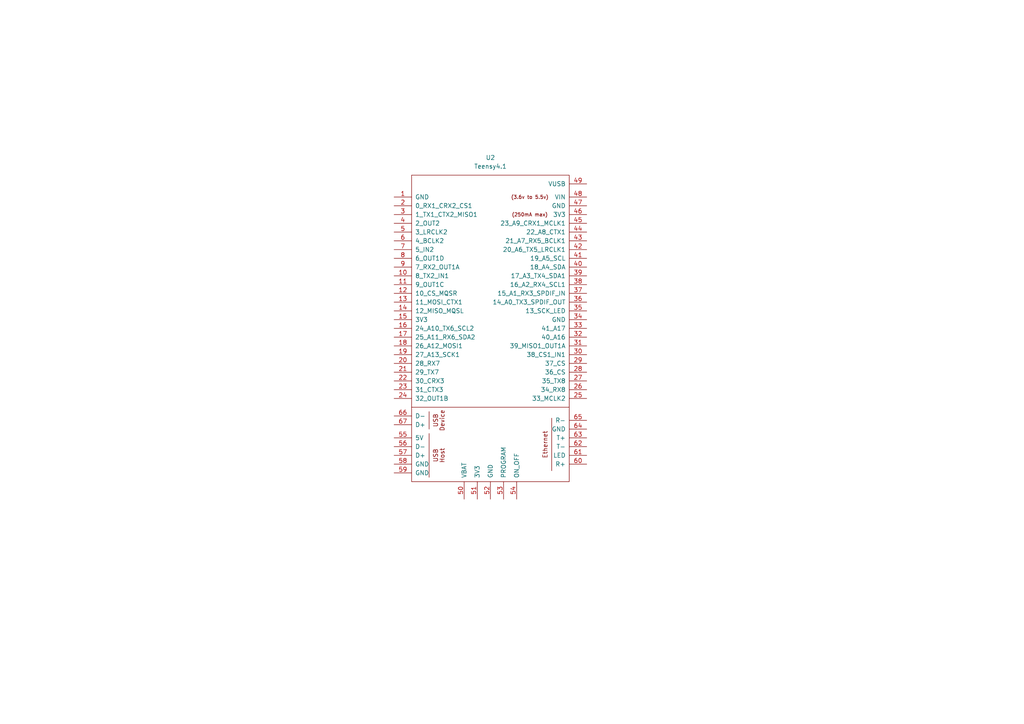
<source format=kicad_sch>
(kicad_sch (version 20231120) (generator "eeschema") (generator_version "8.0")
  (paper "A4")
  (title_block (date "2025-04-03") (rev "0.1") (company "Sounds Like Tim"))
  (lib_symbols
    (symbol "Teensy:Teensy4.1" (pin_names (offset 1.016))
      (property "Reference" "U" (at 0 64.77 0))
      (property "Value" "Teensy4.1" (at 0 62.23 0))
      (symbol "Teensy4.1_0_0"
        (polyline (pts (xy -22.86 -6.35) (xy 22.86 -6.35)))
        (polyline (pts (xy -17.78 -26.67) (xy -17.78 -13.97)))
        (polyline (pts (xy -17.78 -7.62) (xy -17.78 -12.7)))
        (polyline (pts (xy 17.78 -9.525) (xy 17.78 -24.765)))
        (text "(250mA max)" (at 11.43 49.53 0) (effects (font (size 1.016 1.016))))
        (text "(3.6v to 5.5v)" (at 11.43 54.61 0) (effects (font (size 1.016 1.016))))
        (text "Device" (at -13.97 -10.16 900) (effects (font (size 1.27 1.27))))
        (text "Ethernet" (at 15.875 -17.145 900) (effects (font (size 1.27 1.27))))
        (text "Host" (at -13.97 -20.32 900) (effects (font (size 1.27 1.27))))
        (text "USB" (at -15.875 -20.32 900) (effects (font (size 1.27 1.27))))
        (text "USB" (at -15.875 -10.16 900) (effects (font (size 1.27 1.27))))
        (pin bidirectional line (at -27.94 31.75 0) (length 5.08) (name "8_TX2_IN1") (number "10"))
        (pin bidirectional line (at -27.94 29.21 0) (length 5.08) (name "9_OUT1C") (number "11"))
        (pin bidirectional line (at -27.94 26.67 0) (length 5.08) (name "10_CS_MQSR") (number "12"))
        (pin bidirectional line (at -27.94 24.13 0) (length 5.08) (name "11_MOSI_CTX1") (number "13"))
        (pin bidirectional line (at -27.94 21.59 0) (length 5.08) (name "12_MISO_MQSL") (number "14"))
        (pin power_in line (at -27.94 19.05 0) (length 5.08) (name "3V3") (number "15"))
        (pin bidirectional line (at -27.94 16.51 0) (length 5.08) (name "24_A10_TX6_SCL2") (number "16"))
        (pin bidirectional line (at -27.94 13.97 0) (length 5.08) (name "25_A11_RX6_SDA2") (number "17"))
        (pin bidirectional line (at -27.94 11.43 0) (length 5.08) (name "26_A12_MOSI1") (number "18"))
        (pin bidirectional line (at -27.94 8.89 0) (length 5.08) (name "27_A13_SCK1") (number "19"))
        (pin bidirectional line (at -27.94 6.35 0) (length 5.08) (name "28_RX7") (number "20"))
        (pin bidirectional line (at -27.94 3.81 0) (length 5.08) (name "29_TX7") (number "21"))
        (pin bidirectional line (at -27.94 1.27 0) (length 5.08) (name "30_CRX3") (number "22"))
        (pin bidirectional line (at -27.94 -1.27 0) (length 5.08) (name "31_CTX3") (number "23"))
        (pin bidirectional line (at -27.94 -3.81 0) (length 5.08) (name "32_OUT1B") (number "24"))
        (pin bidirectional line (at 27.94 -3.81 180) (length 5.08) (name "33_MCLK2") (number "25"))
        (pin bidirectional line (at 27.94 -1.27 180) (length 5.08) (name "34_RX8") (number "26"))
        (pin bidirectional line (at 27.94 1.27 180) (length 5.08) (name "35_TX8") (number "27"))
        (pin bidirectional line (at 27.94 3.81 180) (length 5.08) (name "36_CS") (number "28"))
        (pin bidirectional line (at 27.94 6.35 180) (length 5.08) (name "37_CS") (number "29"))
        (pin bidirectional line (at 27.94 8.89 180) (length 5.08) (name "38_CS1_IN1") (number "30"))
        (pin bidirectional line (at 27.94 11.43 180) (length 5.08) (name "39_MISO1_OUT1A") (number "31"))
        (pin bidirectional line (at 27.94 13.97 180) (length 5.08) (name "40_A16") (number "32"))
        (pin bidirectional line (at 27.94 16.51 180) (length 5.08) (name "41_A17") (number "33"))
        (pin bidirectional line (at 27.94 21.59 180) (length 5.08) (name "13_SCK_LED") (number "35"))
        (pin bidirectional line (at 27.94 24.13 180) (length 5.08) (name "14_A0_TX3_SPDIF_OUT") (number "36"))
        (pin bidirectional line (at 27.94 26.67 180) (length 5.08) (name "15_A1_RX3_SPDIF_IN") (number "37"))
        (pin bidirectional line (at 27.94 29.21 180) (length 5.08) (name "16_A2_RX4_SCL1") (number "38"))
        (pin bidirectional line (at 27.94 31.75 180) (length 5.08) (name "17_A3_TX4_SDA1") (number "39"))
        (pin bidirectional line (at 27.94 34.29 180) (length 5.08) (name "18_A4_SDA") (number "40"))
        (pin bidirectional line (at 27.94 36.83 180) (length 5.08) (name "19_A5_SCL") (number "41"))
        (pin bidirectional line (at 27.94 39.37 180) (length 5.08) (name "20_A6_TX5_LRCLK1") (number "42"))
        (pin bidirectional line (at 27.94 41.91 180) (length 5.08) (name "21_A7_RX5_BCLK1") (number "43"))
        (pin bidirectional line (at 27.94 44.45 180) (length 5.08) (name "22_A8_CTX1") (number "44"))
        (pin bidirectional line (at 27.94 46.99 180) (length 5.08) (name "23_A9_CRX1_MCLK1") (number "45"))
        (pin output line (at 27.94 49.53 180) (length 5.08) (name "3V3") (number "46"))
        (pin output line (at 27.94 52.07 180) (length 5.08) (name "GND") (number "47"))
        (pin power_in line (at 27.94 54.61 180) (length 5.08) (name "VIN") (number "48"))
        (pin power_out line (at 27.94 58.42 180) (length 5.08) (name "VUSB") (number "49"))
        (pin bidirectional line (at -27.94 44.45 0) (length 5.08) (name "3_LRCLK2") (number "5"))
        (pin power_in line (at -7.62 -33.02 90) (length 5.08) (name "VBAT") (number "50"))
        (pin power_in line (at -3.81 -33.02 90) (length 5.08) (name "3V3") (number "51"))
        (pin input line (at 0 -33.02 90) (length 5.08) (name "GND") (number "52"))
        (pin input line (at 3.81 -33.02 90) (length 5.08) (name "PROGRAM") (number "53"))
        (pin input line (at 7.62 -33.02 90) (length 5.08) (name "ON_OFF") (number "54"))
        (pin power_out line (at -27.94 -15.24 0) (length 5.08) (name "5V") (number "55"))
        (pin bidirectional line (at -27.94 -17.78 0) (length 5.08) (name "D-") (number "56"))
        (pin bidirectional line (at -27.94 -20.32 0) (length 5.08) (name "D+") (number "57"))
        (pin power_in line (at -27.94 -22.86 0) (length 5.08) (name "GND") (number "58"))
        (pin power_in line (at -27.94 -25.4 0) (length 5.08) (name "GND") (number "59"))
        (pin bidirectional line (at -27.94 41.91 0) (length 5.08) (name "4_BCLK2") (number "6"))
        (pin bidirectional line (at 27.94 -22.86 180) (length 5.08) (name "R+") (number "60"))
        (pin bidirectional line (at 27.94 -20.32 180) (length 5.08) (name "LED") (number "61"))
        (pin bidirectional line (at 27.94 -17.78 180) (length 5.08) (name "T-") (number "62"))
        (pin bidirectional line (at 27.94 -15.24 180) (length 5.08) (name "T+") (number "63"))
        (pin power_in line (at 27.94 -12.7 180) (length 5.08) (name "GND") (number "64"))
        (pin bidirectional line (at 27.94 -10.16 180) (length 5.08) (name "R-") (number "65"))
        (pin bidirectional line (at -27.94 -8.89 0) (length 5.08) (name "D-") (number "66"))
        (pin bidirectional line (at -27.94 -11.43 0) (length 5.08) (name "D+") (number "67"))
        (pin bidirectional line (at -27.94 39.37 0) (length 5.08) (name "5_IN2") (number "7"))
        (pin bidirectional line (at -27.94 36.83 0) (length 5.08) (name "6_OUT1D") (number "8"))
        (pin bidirectional line (at -27.94 34.29 0) (length 5.08) (name "7_RX2_OUT1A") (number "9"))
      )
      (symbol "Teensy4.1_0_1"
        (rectangle (start -22.86 60.96) (end 22.86 -27.94))
        (rectangle (start -20.32 -1.27) (end -20.32 -1.27))
      )
      (symbol "Teensy4.1_1_1"
        (pin power_in line (at -27.94 54.61 0) (length 5.08) (name "GND") (number "1"))
        (pin bidirectional line (at -27.94 52.07 0) (length 5.08) (name "0_RX1_CRX2_CS1") (number "2"))
        (pin bidirectional line (at -27.94 49.53 0) (length 5.08) (name "1_TX1_CTX2_MISO1") (number "3"))
        (pin power_in line (at 27.94 19.05 180) (length 5.08) (name "GND") (number "34"))
        (pin bidirectional line (at -27.94 46.99 0) (length 5.08) (name "2_OUT2") (number "4"))
      )
    )
  )
  (symbol (lib_id "Teensy:Teensy4.1") (at 142.24 111.76 0) (unit 1)
    (property "Reference" "U2" (at 142.24 45.72 0))
    (property "Value" "Teensy4.1" (at 142.24 48.26 0))
  )
)
</source>
